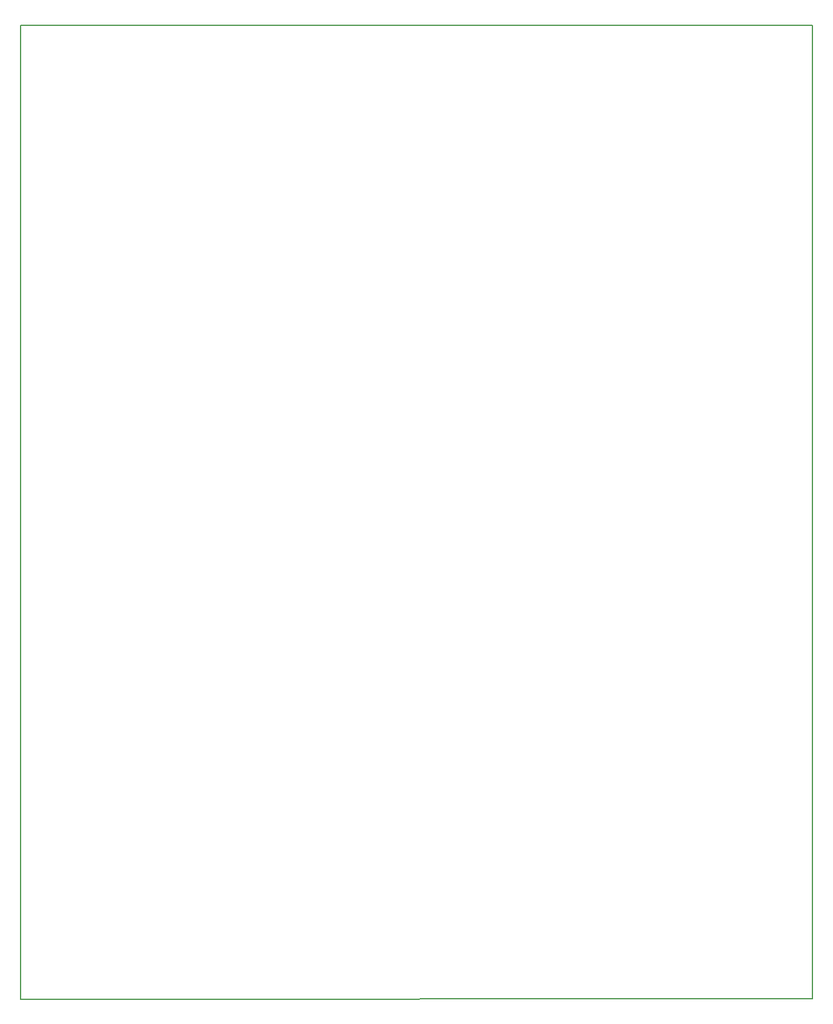
<source format=gbr>
G04 #@! TF.GenerationSoftware,KiCad,Pcbnew,(5.0.0)*
G04 #@! TF.CreationDate,2019-03-26T18:25:38-05:00*
G04 #@! TF.ProjectId,PlayerPiano,506C617965725069616E6F2E6B696361,rev?*
G04 #@! TF.SameCoordinates,Original*
G04 #@! TF.FileFunction,Profile,NP*
%FSLAX46Y46*%
G04 Gerber Fmt 4.6, Leading zero omitted, Abs format (unit mm)*
G04 Created by KiCad (PCBNEW (5.0.0)) date 03/26/19 18:25:38*
%MOMM*%
%LPD*%
G01*
G04 APERTURE LIST*
%ADD10C,0.150000*%
G04 APERTURE END LIST*
D10*
X165490000Y-212060000D02*
X165490000Y-71920000D01*
X165490000Y-71910000D02*
X279600000Y-71840000D01*
X279600000Y-211990000D02*
X165490000Y-212060000D01*
X279600000Y-71840000D02*
X279600000Y-211980000D01*
M02*

</source>
